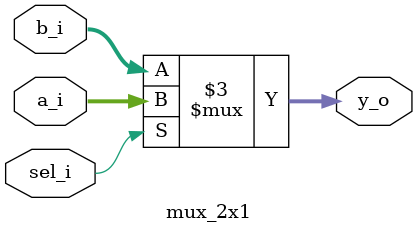
<source format=sv>
module mux_2x1 (
	input  logic [7:0] a_i,   // First leg of the mux
	input  logic [7:0] b_i,   // Second leg of the mux
	input  logic       sel_i, // Mux select
	output logic [7:0] y_o    // Mux output
);

	always_comb begin
		if (sel_i)
			y_o = a_i;					// choose a when selection line is high
		else 									// void latch
			y_o = b_i;					// choose a when selection line is low
	end

endmodule

</source>
